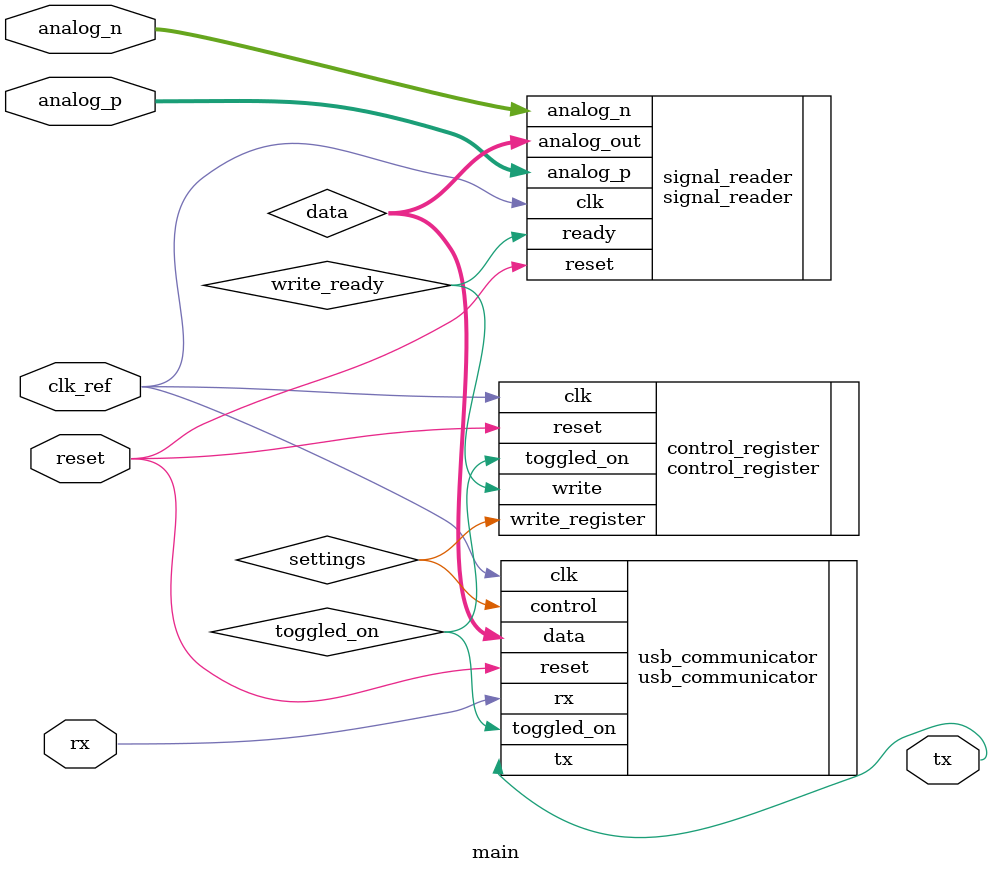
<source format=sv>
`timescale 1ns / 1ps

module main(
    input logic clk_ref,
    input logic reset,
    input logic rx,
    output logic tx,
    input logic [1:0] analog_p,
    input logic [1:0] analog_n);
    
    logic [23:0] data;
    logic settings;
    logic toggled_on;
    logic write_ready;
    
    usb_communicator usb_communicator (
        .clk(clk_ref),
        .reset(reset),
        .toggled_on(toggled_on),
        .data(data),
        .rx(rx),
        .tx(tx),
        .control(settings)
    );
    
    control_register control_register(
        .clk(clk_ref),
        .reset(reset),
        .write(write_ready),
        .write_register(settings),
        .toggled_on(toggled_on)
    );
    
    signal_reader signal_reader(
        .clk(clk_ref),
        .reset(reset),
        .analog_p(analog_p),
        .analog_n(analog_n),
        .ready(write_ready),
        .analog_out(data)
    );
    
endmodule

</source>
